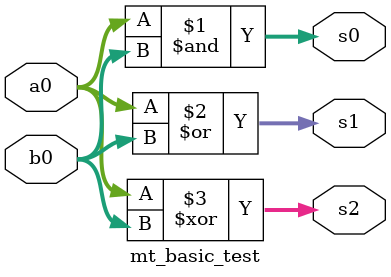
<source format=v>
module mt_basic_test (
input  [1:0] a0, 
input  [1:0] b0, 
output [1:0] s0,
output [1:0] s1,
output [1:0] s2
);

assign s0 = a0 & b0;
assign s1 = a0 | b0;
assign s2 = a0 ^ b0;


endmodule

</source>
